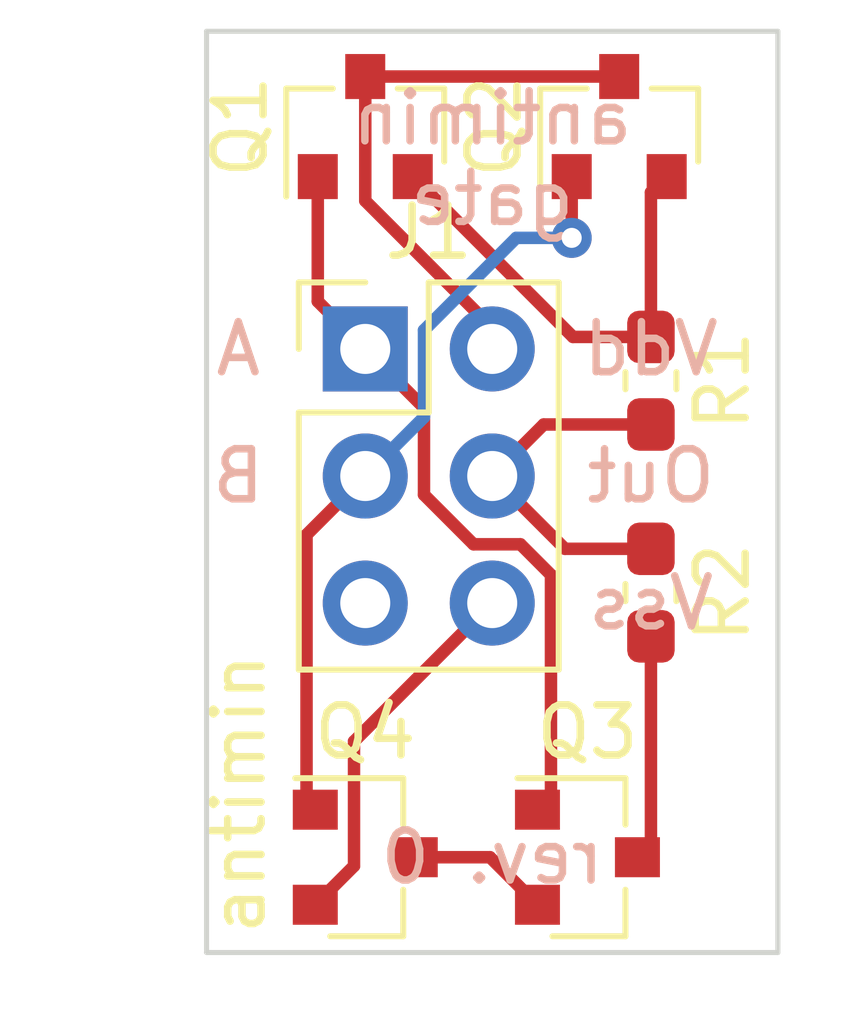
<source format=kicad_pcb>
(kicad_pcb (version 20171130) (host pcbnew 5.1.6)

  (general
    (thickness 1.6)
    (drawings 12)
    (tracks 38)
    (zones 0)
    (modules 7)
    (nets 10)
  )

  (page A4)
  (layers
    (0 F.Cu signal)
    (31 B.Cu signal)
    (32 B.Adhes user)
    (33 F.Adhes user)
    (34 B.Paste user)
    (35 F.Paste user)
    (36 B.SilkS user)
    (37 F.SilkS user)
    (38 B.Mask user)
    (39 F.Mask user)
    (40 Dwgs.User user)
    (41 Cmts.User user)
    (42 Eco1.User user)
    (43 Eco2.User user)
    (44 Edge.Cuts user)
    (45 Margin user)
    (46 B.CrtYd user)
    (47 F.CrtYd user)
    (48 B.Fab user)
    (49 F.Fab user)
  )

  (setup
    (last_trace_width 0.25)
    (user_trace_width 0.3)
    (trace_clearance 0.2)
    (zone_clearance 0.508)
    (zone_45_only no)
    (trace_min 0.2)
    (via_size 0.8)
    (via_drill 0.4)
    (via_min_size 0.4)
    (via_min_drill 0.3)
    (uvia_size 0.3)
    (uvia_drill 0.1)
    (uvias_allowed no)
    (uvia_min_size 0.2)
    (uvia_min_drill 0.1)
    (edge_width 0.05)
    (segment_width 0.2)
    (pcb_text_width 0.3)
    (pcb_text_size 1.5 1.5)
    (mod_edge_width 0.12)
    (mod_text_size 1 1)
    (mod_text_width 0.15)
    (pad_size 1.524 1.524)
    (pad_drill 0.762)
    (pad_to_mask_clearance 0.05)
    (aux_axis_origin 0 0)
    (visible_elements FFFFFF7F)
    (pcbplotparams
      (layerselection 0x010fc_ffffffff)
      (usegerberextensions false)
      (usegerberattributes true)
      (usegerberadvancedattributes true)
      (creategerberjobfile true)
      (excludeedgelayer true)
      (linewidth 0.100000)
      (plotframeref false)
      (viasonmask false)
      (mode 1)
      (useauxorigin false)
      (hpglpennumber 1)
      (hpglpenspeed 20)
      (hpglpendiameter 15.000000)
      (psnegative false)
      (psa4output false)
      (plotreference true)
      (plotvalue true)
      (plotinvisibletext false)
      (padsonsilk false)
      (subtractmaskfromsilk false)
      (outputformat 1)
      (mirror false)
      (drillshape 0)
      (scaleselection 1)
      (outputdirectory ""))
  )

  (net 0 "")
  (net 1 Vss)
  (net 2 "Net-(J1-Pad5)")
  (net 3 Out)
  (net 4 B)
  (net 5 Vdd)
  (net 6 A)
  (net 7 "Net-(Q1-Pad2)")
  (net 8 "Net-(Q3-Pad3)")
  (net 9 "Net-(Q3-Pad2)")

  (net_class Default "This is the default net class."
    (clearance 0.2)
    (trace_width 0.25)
    (via_dia 0.8)
    (via_drill 0.4)
    (uvia_dia 0.3)
    (uvia_drill 0.1)
    (add_net A)
    (add_net B)
    (add_net "Net-(J1-Pad5)")
    (add_net "Net-(Q1-Pad2)")
    (add_net "Net-(Q3-Pad2)")
    (add_net "Net-(Q3-Pad3)")
    (add_net Out)
    (add_net Vdd)
    (add_net Vss)
  )

  (module Resistor_SMD:R_0603_1608Metric_Pad1.05x0.95mm_HandSolder (layer F.Cu) (tedit 5B301BBD) (tstamp 5FDEFDF9)
    (at 90.17 62.02 270)
    (descr "Resistor SMD 0603 (1608 Metric), square (rectangular) end terminal, IPC_7351 nominal with elongated pad for handsoldering. (Body size source: http://www.tortai-tech.com/upload/download/2011102023233369053.pdf), generated with kicad-footprint-generator")
    (tags "resistor handsolder")
    (path /5FDFECE1)
    (attr smd)
    (fp_text reference R2 (at 0 -1.43 90) (layer F.SilkS)
      (effects (font (size 1 1) (thickness 0.15)))
    )
    (fp_text value 12k (at 0 1.43 90) (layer F.Fab)
      (effects (font (size 1 1) (thickness 0.15)))
    )
    (fp_line (start 1.65 0.73) (end -1.65 0.73) (layer F.CrtYd) (width 0.05))
    (fp_line (start 1.65 -0.73) (end 1.65 0.73) (layer F.CrtYd) (width 0.05))
    (fp_line (start -1.65 -0.73) (end 1.65 -0.73) (layer F.CrtYd) (width 0.05))
    (fp_line (start -1.65 0.73) (end -1.65 -0.73) (layer F.CrtYd) (width 0.05))
    (fp_line (start -0.171267 0.51) (end 0.171267 0.51) (layer F.SilkS) (width 0.12))
    (fp_line (start -0.171267 -0.51) (end 0.171267 -0.51) (layer F.SilkS) (width 0.12))
    (fp_line (start 0.8 0.4) (end -0.8 0.4) (layer F.Fab) (width 0.1))
    (fp_line (start 0.8 -0.4) (end 0.8 0.4) (layer F.Fab) (width 0.1))
    (fp_line (start -0.8 -0.4) (end 0.8 -0.4) (layer F.Fab) (width 0.1))
    (fp_line (start -0.8 0.4) (end -0.8 -0.4) (layer F.Fab) (width 0.1))
    (fp_text user %R (at 0 0 90) (layer F.Fab)
      (effects (font (size 0.4 0.4) (thickness 0.06)))
    )
    (pad 2 smd roundrect (at 0.875 0 270) (size 1.05 0.95) (layers F.Cu F.Paste F.Mask) (roundrect_rratio 0.25)
      (net 8 "Net-(Q3-Pad3)"))
    (pad 1 smd roundrect (at -0.875 0 270) (size 1.05 0.95) (layers F.Cu F.Paste F.Mask) (roundrect_rratio 0.25)
      (net 3 Out))
    (model ${KISYS3DMOD}/Resistor_SMD.3dshapes/R_0603_1608Metric.wrl
      (at (xyz 0 0 0))
      (scale (xyz 1 1 1))
      (rotate (xyz 0 0 0))
    )
  )

  (module Resistor_SMD:R_0603_1608Metric_Pad1.05x0.95mm_HandSolder (layer F.Cu) (tedit 5B301BBD) (tstamp 5FDEFDE8)
    (at 90.17 57.785 270)
    (descr "Resistor SMD 0603 (1608 Metric), square (rectangular) end terminal, IPC_7351 nominal with elongated pad for handsoldering. (Body size source: http://www.tortai-tech.com/upload/download/2011102023233369053.pdf), generated with kicad-footprint-generator")
    (tags "resistor handsolder")
    (path /5FEDDDB7)
    (attr smd)
    (fp_text reference R1 (at 0 -1.43 90) (layer F.SilkS)
      (effects (font (size 1 1) (thickness 0.15)))
    )
    (fp_text value 12k (at 0 1.43 90) (layer F.Fab)
      (effects (font (size 1 1) (thickness 0.15)))
    )
    (fp_line (start 1.65 0.73) (end -1.65 0.73) (layer F.CrtYd) (width 0.05))
    (fp_line (start 1.65 -0.73) (end 1.65 0.73) (layer F.CrtYd) (width 0.05))
    (fp_line (start -1.65 -0.73) (end 1.65 -0.73) (layer F.CrtYd) (width 0.05))
    (fp_line (start -1.65 0.73) (end -1.65 -0.73) (layer F.CrtYd) (width 0.05))
    (fp_line (start -0.171267 0.51) (end 0.171267 0.51) (layer F.SilkS) (width 0.12))
    (fp_line (start -0.171267 -0.51) (end 0.171267 -0.51) (layer F.SilkS) (width 0.12))
    (fp_line (start 0.8 0.4) (end -0.8 0.4) (layer F.Fab) (width 0.1))
    (fp_line (start 0.8 -0.4) (end 0.8 0.4) (layer F.Fab) (width 0.1))
    (fp_line (start -0.8 -0.4) (end 0.8 -0.4) (layer F.Fab) (width 0.1))
    (fp_line (start -0.8 0.4) (end -0.8 -0.4) (layer F.Fab) (width 0.1))
    (fp_text user %R (at 0 0 90) (layer F.Fab)
      (effects (font (size 0.4 0.4) (thickness 0.06)))
    )
    (pad 2 smd roundrect (at 0.875 0 270) (size 1.05 0.95) (layers F.Cu F.Paste F.Mask) (roundrect_rratio 0.25)
      (net 3 Out))
    (pad 1 smd roundrect (at -0.875 0 270) (size 1.05 0.95) (layers F.Cu F.Paste F.Mask) (roundrect_rratio 0.25)
      (net 7 "Net-(Q1-Pad2)"))
    (model ${KISYS3DMOD}/Resistor_SMD.3dshapes/R_0603_1608Metric.wrl
      (at (xyz 0 0 0))
      (scale (xyz 1 1 1))
      (rotate (xyz 0 0 0))
    )
  )

  (module Package_TO_SOT_SMD:SOT-23 (layer F.Cu) (tedit 5A02FF57) (tstamp 5FDEFDD7)
    (at 84.455 67.31)
    (descr "SOT-23, Standard")
    (tags SOT-23)
    (path /5FDF6C13)
    (attr smd)
    (fp_text reference Q4 (at 0 -2.5) (layer F.SilkS)
      (effects (font (size 1 1) (thickness 0.15)))
    )
    (fp_text value 2N7002E (at 0 2.5) (layer F.Fab)
      (effects (font (size 1 1) (thickness 0.15)))
    )
    (fp_line (start 0.76 1.58) (end -0.7 1.58) (layer F.SilkS) (width 0.12))
    (fp_line (start 0.76 -1.58) (end -1.4 -1.58) (layer F.SilkS) (width 0.12))
    (fp_line (start -1.7 1.75) (end -1.7 -1.75) (layer F.CrtYd) (width 0.05))
    (fp_line (start 1.7 1.75) (end -1.7 1.75) (layer F.CrtYd) (width 0.05))
    (fp_line (start 1.7 -1.75) (end 1.7 1.75) (layer F.CrtYd) (width 0.05))
    (fp_line (start -1.7 -1.75) (end 1.7 -1.75) (layer F.CrtYd) (width 0.05))
    (fp_line (start 0.76 -1.58) (end 0.76 -0.65) (layer F.SilkS) (width 0.12))
    (fp_line (start 0.76 1.58) (end 0.76 0.65) (layer F.SilkS) (width 0.12))
    (fp_line (start -0.7 1.52) (end 0.7 1.52) (layer F.Fab) (width 0.1))
    (fp_line (start 0.7 -1.52) (end 0.7 1.52) (layer F.Fab) (width 0.1))
    (fp_line (start -0.7 -0.95) (end -0.15 -1.52) (layer F.Fab) (width 0.1))
    (fp_line (start -0.15 -1.52) (end 0.7 -1.52) (layer F.Fab) (width 0.1))
    (fp_line (start -0.7 -0.95) (end -0.7 1.5) (layer F.Fab) (width 0.1))
    (fp_text user %R (at 0 0 90) (layer F.Fab)
      (effects (font (size 0.5 0.5) (thickness 0.075)))
    )
    (pad 3 smd rect (at 1 0) (size 0.9 0.8) (layers F.Cu F.Paste F.Mask)
      (net 9 "Net-(Q3-Pad2)"))
    (pad 2 smd rect (at -1 0.95) (size 0.9 0.8) (layers F.Cu F.Paste F.Mask)
      (net 1 Vss))
    (pad 1 smd rect (at -1 -0.95) (size 0.9 0.8) (layers F.Cu F.Paste F.Mask)
      (net 4 B))
    (model ${KISYS3DMOD}/Package_TO_SOT_SMD.3dshapes/SOT-23.wrl
      (at (xyz 0 0 0))
      (scale (xyz 1 1 1))
      (rotate (xyz 0 0 0))
    )
  )

  (module Package_TO_SOT_SMD:SOT-23 (layer F.Cu) (tedit 5A02FF57) (tstamp 5FDEFDC2)
    (at 88.9 67.31)
    (descr "SOT-23, Standard")
    (tags SOT-23)
    (path /5FDF24F2)
    (attr smd)
    (fp_text reference Q3 (at 0 -2.5) (layer F.SilkS)
      (effects (font (size 1 1) (thickness 0.15)))
    )
    (fp_text value 2N7002E (at 0 2.5) (layer F.Fab)
      (effects (font (size 1 1) (thickness 0.15)))
    )
    (fp_line (start 0.76 1.58) (end -0.7 1.58) (layer F.SilkS) (width 0.12))
    (fp_line (start 0.76 -1.58) (end -1.4 -1.58) (layer F.SilkS) (width 0.12))
    (fp_line (start -1.7 1.75) (end -1.7 -1.75) (layer F.CrtYd) (width 0.05))
    (fp_line (start 1.7 1.75) (end -1.7 1.75) (layer F.CrtYd) (width 0.05))
    (fp_line (start 1.7 -1.75) (end 1.7 1.75) (layer F.CrtYd) (width 0.05))
    (fp_line (start -1.7 -1.75) (end 1.7 -1.75) (layer F.CrtYd) (width 0.05))
    (fp_line (start 0.76 -1.58) (end 0.76 -0.65) (layer F.SilkS) (width 0.12))
    (fp_line (start 0.76 1.58) (end 0.76 0.65) (layer F.SilkS) (width 0.12))
    (fp_line (start -0.7 1.52) (end 0.7 1.52) (layer F.Fab) (width 0.1))
    (fp_line (start 0.7 -1.52) (end 0.7 1.52) (layer F.Fab) (width 0.1))
    (fp_line (start -0.7 -0.95) (end -0.15 -1.52) (layer F.Fab) (width 0.1))
    (fp_line (start -0.15 -1.52) (end 0.7 -1.52) (layer F.Fab) (width 0.1))
    (fp_line (start -0.7 -0.95) (end -0.7 1.5) (layer F.Fab) (width 0.1))
    (fp_text user %R (at 0 0 90) (layer F.Fab)
      (effects (font (size 0.5 0.5) (thickness 0.075)))
    )
    (pad 3 smd rect (at 1 0) (size 0.9 0.8) (layers F.Cu F.Paste F.Mask)
      (net 8 "Net-(Q3-Pad3)"))
    (pad 2 smd rect (at -1 0.95) (size 0.9 0.8) (layers F.Cu F.Paste F.Mask)
      (net 9 "Net-(Q3-Pad2)"))
    (pad 1 smd rect (at -1 -0.95) (size 0.9 0.8) (layers F.Cu F.Paste F.Mask)
      (net 6 A))
    (model ${KISYS3DMOD}/Package_TO_SOT_SMD.3dshapes/SOT-23.wrl
      (at (xyz 0 0 0))
      (scale (xyz 1 1 1))
      (rotate (xyz 0 0 0))
    )
  )

  (module Package_TO_SOT_SMD:SOT-23 (layer F.Cu) (tedit 5A02FF57) (tstamp 5FDEFDAD)
    (at 89.535 52.705 90)
    (descr "SOT-23, Standard")
    (tags SOT-23)
    (path /5FDEFB0A)
    (attr smd)
    (fp_text reference Q2 (at 0 -2.5 90) (layer F.SilkS)
      (effects (font (size 1 1) (thickness 0.15)))
    )
    (fp_text value BSS84 (at 0 2.5 90) (layer F.Fab)
      (effects (font (size 1 1) (thickness 0.15)))
    )
    (fp_line (start 0.76 1.58) (end -0.7 1.58) (layer F.SilkS) (width 0.12))
    (fp_line (start 0.76 -1.58) (end -1.4 -1.58) (layer F.SilkS) (width 0.12))
    (fp_line (start -1.7 1.75) (end -1.7 -1.75) (layer F.CrtYd) (width 0.05))
    (fp_line (start 1.7 1.75) (end -1.7 1.75) (layer F.CrtYd) (width 0.05))
    (fp_line (start 1.7 -1.75) (end 1.7 1.75) (layer F.CrtYd) (width 0.05))
    (fp_line (start -1.7 -1.75) (end 1.7 -1.75) (layer F.CrtYd) (width 0.05))
    (fp_line (start 0.76 -1.58) (end 0.76 -0.65) (layer F.SilkS) (width 0.12))
    (fp_line (start 0.76 1.58) (end 0.76 0.65) (layer F.SilkS) (width 0.12))
    (fp_line (start -0.7 1.52) (end 0.7 1.52) (layer F.Fab) (width 0.1))
    (fp_line (start 0.7 -1.52) (end 0.7 1.52) (layer F.Fab) (width 0.1))
    (fp_line (start -0.7 -0.95) (end -0.15 -1.52) (layer F.Fab) (width 0.1))
    (fp_line (start -0.15 -1.52) (end 0.7 -1.52) (layer F.Fab) (width 0.1))
    (fp_line (start -0.7 -0.95) (end -0.7 1.5) (layer F.Fab) (width 0.1))
    (fp_text user %R (at 0 0) (layer F.Fab)
      (effects (font (size 0.5 0.5) (thickness 0.075)))
    )
    (pad 3 smd rect (at 1 0 90) (size 0.9 0.8) (layers F.Cu F.Paste F.Mask)
      (net 5 Vdd))
    (pad 2 smd rect (at -1 0.95 90) (size 0.9 0.8) (layers F.Cu F.Paste F.Mask)
      (net 7 "Net-(Q1-Pad2)"))
    (pad 1 smd rect (at -1 -0.95 90) (size 0.9 0.8) (layers F.Cu F.Paste F.Mask)
      (net 4 B))
    (model ${KISYS3DMOD}/Package_TO_SOT_SMD.3dshapes/SOT-23.wrl
      (at (xyz 0 0 0))
      (scale (xyz 1 1 1))
      (rotate (xyz 0 0 0))
    )
  )

  (module Package_TO_SOT_SMD:SOT-23 (layer F.Cu) (tedit 5A02FF57) (tstamp 5FDEFD98)
    (at 84.455 52.705 90)
    (descr "SOT-23, Standard")
    (tags SOT-23)
    (path /5FDF1E4D)
    (attr smd)
    (fp_text reference Q1 (at 0 -2.5 90) (layer F.SilkS)
      (effects (font (size 1 1) (thickness 0.15)))
    )
    (fp_text value BSS84 (at 0 2.5 90) (layer F.Fab)
      (effects (font (size 1 1) (thickness 0.15)))
    )
    (fp_line (start 0.76 1.58) (end -0.7 1.58) (layer F.SilkS) (width 0.12))
    (fp_line (start 0.76 -1.58) (end -1.4 -1.58) (layer F.SilkS) (width 0.12))
    (fp_line (start -1.7 1.75) (end -1.7 -1.75) (layer F.CrtYd) (width 0.05))
    (fp_line (start 1.7 1.75) (end -1.7 1.75) (layer F.CrtYd) (width 0.05))
    (fp_line (start 1.7 -1.75) (end 1.7 1.75) (layer F.CrtYd) (width 0.05))
    (fp_line (start -1.7 -1.75) (end 1.7 -1.75) (layer F.CrtYd) (width 0.05))
    (fp_line (start 0.76 -1.58) (end 0.76 -0.65) (layer F.SilkS) (width 0.12))
    (fp_line (start 0.76 1.58) (end 0.76 0.65) (layer F.SilkS) (width 0.12))
    (fp_line (start -0.7 1.52) (end 0.7 1.52) (layer F.Fab) (width 0.1))
    (fp_line (start 0.7 -1.52) (end 0.7 1.52) (layer F.Fab) (width 0.1))
    (fp_line (start -0.7 -0.95) (end -0.15 -1.52) (layer F.Fab) (width 0.1))
    (fp_line (start -0.15 -1.52) (end 0.7 -1.52) (layer F.Fab) (width 0.1))
    (fp_line (start -0.7 -0.95) (end -0.7 1.5) (layer F.Fab) (width 0.1))
    (fp_text user %R (at 0 0) (layer F.Fab)
      (effects (font (size 0.5 0.5) (thickness 0.075)))
    )
    (pad 3 smd rect (at 1 0 90) (size 0.9 0.8) (layers F.Cu F.Paste F.Mask)
      (net 5 Vdd))
    (pad 2 smd rect (at -1 0.95 90) (size 0.9 0.8) (layers F.Cu F.Paste F.Mask)
      (net 7 "Net-(Q1-Pad2)"))
    (pad 1 smd rect (at -1 -0.95 90) (size 0.9 0.8) (layers F.Cu F.Paste F.Mask)
      (net 6 A))
    (model ${KISYS3DMOD}/Package_TO_SOT_SMD.3dshapes/SOT-23.wrl
      (at (xyz 0 0 0))
      (scale (xyz 1 1 1))
      (rotate (xyz 0 0 0))
    )
  )

  (module Connector_PinHeader_2.54mm:PinHeader_2x03_P2.54mm_Vertical (layer F.Cu) (tedit 59FED5CC) (tstamp 5FDEFD83)
    (at 84.455 57.15)
    (descr "Through hole straight pin header, 2x03, 2.54mm pitch, double rows")
    (tags "Through hole pin header THT 2x03 2.54mm double row")
    (path /5FE06094)
    (fp_text reference J1 (at 1.27 -2.33) (layer F.SilkS)
      (effects (font (size 1 1) (thickness 0.15)))
    )
    (fp_text value Conn_02x03_Odd_Even (at 1.27 7.41) (layer F.Fab)
      (effects (font (size 1 1) (thickness 0.15)))
    )
    (fp_line (start 4.35 -1.8) (end -1.8 -1.8) (layer F.CrtYd) (width 0.05))
    (fp_line (start 4.35 6.85) (end 4.35 -1.8) (layer F.CrtYd) (width 0.05))
    (fp_line (start -1.8 6.85) (end 4.35 6.85) (layer F.CrtYd) (width 0.05))
    (fp_line (start -1.8 -1.8) (end -1.8 6.85) (layer F.CrtYd) (width 0.05))
    (fp_line (start -1.33 -1.33) (end 0 -1.33) (layer F.SilkS) (width 0.12))
    (fp_line (start -1.33 0) (end -1.33 -1.33) (layer F.SilkS) (width 0.12))
    (fp_line (start 1.27 -1.33) (end 3.87 -1.33) (layer F.SilkS) (width 0.12))
    (fp_line (start 1.27 1.27) (end 1.27 -1.33) (layer F.SilkS) (width 0.12))
    (fp_line (start -1.33 1.27) (end 1.27 1.27) (layer F.SilkS) (width 0.12))
    (fp_line (start 3.87 -1.33) (end 3.87 6.41) (layer F.SilkS) (width 0.12))
    (fp_line (start -1.33 1.27) (end -1.33 6.41) (layer F.SilkS) (width 0.12))
    (fp_line (start -1.33 6.41) (end 3.87 6.41) (layer F.SilkS) (width 0.12))
    (fp_line (start -1.27 0) (end 0 -1.27) (layer F.Fab) (width 0.1))
    (fp_line (start -1.27 6.35) (end -1.27 0) (layer F.Fab) (width 0.1))
    (fp_line (start 3.81 6.35) (end -1.27 6.35) (layer F.Fab) (width 0.1))
    (fp_line (start 3.81 -1.27) (end 3.81 6.35) (layer F.Fab) (width 0.1))
    (fp_line (start 0 -1.27) (end 3.81 -1.27) (layer F.Fab) (width 0.1))
    (fp_text user %R (at 1.27 2.54 90) (layer F.Fab)
      (effects (font (size 1 1) (thickness 0.15)))
    )
    (pad 6 thru_hole oval (at 2.54 5.08) (size 1.7 1.7) (drill 1) (layers *.Cu *.Mask)
      (net 1 Vss))
    (pad 5 thru_hole oval (at 0 5.08) (size 1.7 1.7) (drill 1) (layers *.Cu *.Mask)
      (net 2 "Net-(J1-Pad5)"))
    (pad 4 thru_hole oval (at 2.54 2.54) (size 1.7 1.7) (drill 1) (layers *.Cu *.Mask)
      (net 3 Out))
    (pad 3 thru_hole oval (at 0 2.54) (size 1.7 1.7) (drill 1) (layers *.Cu *.Mask)
      (net 4 B))
    (pad 2 thru_hole oval (at 2.54 0) (size 1.7 1.7) (drill 1) (layers *.Cu *.Mask)
      (net 5 Vdd))
    (pad 1 thru_hole rect (at 0 0) (size 1.7 1.7) (drill 1) (layers *.Cu *.Mask)
      (net 6 A))
    (model ${KISYS3DMOD}/Connector_PinHeader_2.54mm.3dshapes/PinHeader_2x03_P2.54mm_Vertical.wrl
      (at (xyz 0 0 0))
      (scale (xyz 1 1 1))
      (rotate (xyz 0 0 0))
    )
  )

  (gr_text Vss (at 90.17 62.23) (layer B.SilkS)
    (effects (font (size 1 1) (thickness 0.15)) (justify mirror))
  )
  (gr_text Out (at 90.17 59.69) (layer B.SilkS)
    (effects (font (size 1 1) (thickness 0.15)) (justify mirror))
  )
  (gr_text Vdd (at 90.17 57.15) (layer B.SilkS)
    (effects (font (size 1 1) (thickness 0.15)) (justify mirror))
  )
  (gr_text B (at 81.915 59.69) (layer B.SilkS)
    (effects (font (size 1 1) (thickness 0.15)) (justify mirror))
  )
  (gr_text A (at 81.915 57.15) (layer B.SilkS)
    (effects (font (size 1 1) (thickness 0.15)) (justify mirror))
  )
  (gr_text "rev. 0" (at 86.995 67.31) (layer B.SilkS)
    (effects (font (size 1 1) (thickness 0.15)) (justify mirror))
  )
  (gr_text "antimin\ngate" (at 86.995 53.34) (layer B.SilkS)
    (effects (font (size 1 1) (thickness 0.15)) (justify mirror))
  )
  (gr_line (start 92.71 50.8) (end 92.71 69.215) (layer Edge.Cuts) (width 0.1))
  (gr_line (start 81.28 50.8) (end 92.71 50.8) (layer Edge.Cuts) (width 0.1))
  (gr_line (start 81.28 69.215) (end 81.28 50.8) (layer Edge.Cuts) (width 0.1))
  (gr_line (start 92.71 69.215) (end 81.28 69.215) (layer Edge.Cuts) (width 0.1))
  (gr_text "antimin\n" (at 81.915 66.04 90) (layer F.SilkS)
    (effects (font (size 1 1) (thickness 0.15)))
  )

  (segment (start 84.230001 64.994999) (end 86.995 62.23) (width 0.25) (layer F.Cu) (net 1))
  (segment (start 84.230001 67.484999) (end 84.230001 64.994999) (width 0.25) (layer F.Cu) (net 1))
  (segment (start 83.455 68.26) (end 84.230001 67.484999) (width 0.25) (layer F.Cu) (net 1))
  (segment (start 88.45 61.145) (end 86.995 59.69) (width 0.25) (layer F.Cu) (net 3))
  (segment (start 90.17 61.145) (end 88.45 61.145) (width 0.25) (layer F.Cu) (net 3))
  (segment (start 88.025 58.66) (end 86.995 59.69) (width 0.25) (layer F.Cu) (net 3))
  (segment (start 90.17 58.66) (end 88.025 58.66) (width 0.25) (layer F.Cu) (net 3))
  (segment (start 88.585 53.705) (end 88.585 54.93) (width 0.25) (layer F.Cu) (net 4))
  (segment (start 88.585 54.93) (end 88.585 54.93) (width 0.25) (layer F.Cu) (net 4) (tstamp 5FDF0263))
  (via (at 88.585 54.93) (size 0.8) (drill 0.4) (layers F.Cu B.Cu) (net 4))
  (segment (start 85.630001 58.514999) (end 84.455 59.69) (width 0.25) (layer B.Cu) (net 4))
  (segment (start 85.630001 56.775997) (end 85.630001 58.514999) (width 0.25) (layer B.Cu) (net 4))
  (segment (start 87.475998 54.93) (end 85.630001 56.775997) (width 0.25) (layer B.Cu) (net 4))
  (segment (start 88.585 54.93) (end 87.475998 54.93) (width 0.25) (layer B.Cu) (net 4))
  (segment (start 83.279999 66.184999) (end 83.279999 60.865001) (width 0.25) (layer F.Cu) (net 4))
  (segment (start 83.279999 60.865001) (end 84.455 59.69) (width 0.25) (layer F.Cu) (net 4))
  (segment (start 83.455 66.36) (end 83.279999 66.184999) (width 0.25) (layer F.Cu) (net 4))
  (segment (start 89.535 51.705) (end 84.455 51.705) (width 0.25) (layer F.Cu) (net 5))
  (segment (start 86.995 56.730002) (end 86.995 57.15) (width 0.25) (layer F.Cu) (net 5))
  (segment (start 84.455 54.190002) (end 86.995 56.730002) (width 0.25) (layer F.Cu) (net 5))
  (segment (start 84.455 51.705) (end 84.455 54.190002) (width 0.25) (layer F.Cu) (net 5))
  (segment (start 83.505 56.2) (end 84.455 57.15) (width 0.25) (layer F.Cu) (net 6))
  (segment (start 83.505 53.705) (end 83.505 56.2) (width 0.25) (layer F.Cu) (net 6))
  (segment (start 85.630001 58.325001) (end 84.455 57.15) (width 0.25) (layer F.Cu) (net 6))
  (segment (start 85.630001 60.064003) (end 85.630001 58.325001) (width 0.25) (layer F.Cu) (net 6))
  (segment (start 86.620997 61.054999) (end 85.630001 60.064003) (width 0.25) (layer F.Cu) (net 6))
  (segment (start 87.559001 61.054999) (end 86.620997 61.054999) (width 0.25) (layer F.Cu) (net 6))
  (segment (start 88.170001 61.665999) (end 87.559001 61.054999) (width 0.25) (layer F.Cu) (net 6))
  (segment (start 88.170001 66.089999) (end 88.170001 61.665999) (width 0.25) (layer F.Cu) (net 6))
  (segment (start 87.9 66.36) (end 88.170001 66.089999) (width 0.25) (layer F.Cu) (net 6))
  (segment (start 90.17 54.02) (end 90.485 53.705) (width 0.25) (layer F.Cu) (net 7))
  (segment (start 90.17 56.91) (end 90.17 54.02) (width 0.25) (layer F.Cu) (net 7))
  (segment (start 88.61 56.91) (end 90.17 56.91) (width 0.25) (layer F.Cu) (net 7))
  (segment (start 85.405 53.705) (end 88.61 56.91) (width 0.25) (layer F.Cu) (net 7))
  (segment (start 90.17 67.04) (end 89.9 67.31) (width 0.25) (layer F.Cu) (net 8))
  (segment (start 90.17 62.895) (end 90.17 67.04) (width 0.25) (layer F.Cu) (net 8))
  (segment (start 86.95 67.31) (end 87.9 68.26) (width 0.25) (layer F.Cu) (net 9))
  (segment (start 85.455 67.31) (end 86.95 67.31) (width 0.25) (layer F.Cu) (net 9))

)

</source>
